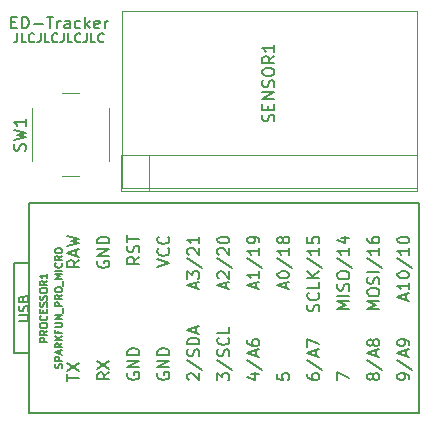
<source format=gbr>
G04 #@! TF.GenerationSoftware,KiCad,Pcbnew,5.1.5+dfsg1-2build2*
G04 #@! TF.CreationDate,2021-01-23T00:20:04+01:00*
G04 #@! TF.ProjectId,edtracker,65647472-6163-46b6-9572-2e6b69636164,rev?*
G04 #@! TF.SameCoordinates,Original*
G04 #@! TF.FileFunction,Legend,Top*
G04 #@! TF.FilePolarity,Positive*
%FSLAX46Y46*%
G04 Gerber Fmt 4.6, Leading zero omitted, Abs format (unit mm)*
G04 Created by KiCad (PCBNEW 5.1.5+dfsg1-2build2) date 2021-01-23 00:20:04*
%MOMM*%
%LPD*%
G04 APERTURE LIST*
%ADD10C,0.150000*%
%ADD11C,0.127000*%
%ADD12C,0.120000*%
%ADD13C,0.152400*%
G04 APERTURE END LIST*
D10*
X142530285Y-103722714D02*
X142530285Y-104267000D01*
X142494000Y-104375857D01*
X142421428Y-104448428D01*
X142312571Y-104484714D01*
X142240000Y-104484714D01*
X143256000Y-104484714D02*
X142893142Y-104484714D01*
X142893142Y-103722714D01*
X143945428Y-104412142D02*
X143909142Y-104448428D01*
X143800285Y-104484714D01*
X143727714Y-104484714D01*
X143618857Y-104448428D01*
X143546285Y-104375857D01*
X143510000Y-104303285D01*
X143473714Y-104158142D01*
X143473714Y-104049285D01*
X143510000Y-103904142D01*
X143546285Y-103831571D01*
X143618857Y-103759000D01*
X143727714Y-103722714D01*
X143800285Y-103722714D01*
X143909142Y-103759000D01*
X143945428Y-103795285D01*
X144489714Y-103722714D02*
X144489714Y-104267000D01*
X144453428Y-104375857D01*
X144380857Y-104448428D01*
X144272000Y-104484714D01*
X144199428Y-104484714D01*
X145215428Y-104484714D02*
X144852571Y-104484714D01*
X144852571Y-103722714D01*
X145904857Y-104412142D02*
X145868571Y-104448428D01*
X145759714Y-104484714D01*
X145687142Y-104484714D01*
X145578285Y-104448428D01*
X145505714Y-104375857D01*
X145469428Y-104303285D01*
X145433142Y-104158142D01*
X145433142Y-104049285D01*
X145469428Y-103904142D01*
X145505714Y-103831571D01*
X145578285Y-103759000D01*
X145687142Y-103722714D01*
X145759714Y-103722714D01*
X145868571Y-103759000D01*
X145904857Y-103795285D01*
X146449142Y-103722714D02*
X146449142Y-104267000D01*
X146412857Y-104375857D01*
X146340285Y-104448428D01*
X146231428Y-104484714D01*
X146158857Y-104484714D01*
X147174857Y-104484714D02*
X146812000Y-104484714D01*
X146812000Y-103722714D01*
X147864285Y-104412142D02*
X147828000Y-104448428D01*
X147719142Y-104484714D01*
X147646571Y-104484714D01*
X147537714Y-104448428D01*
X147465142Y-104375857D01*
X147428857Y-104303285D01*
X147392571Y-104158142D01*
X147392571Y-104049285D01*
X147428857Y-103904142D01*
X147465142Y-103831571D01*
X147537714Y-103759000D01*
X147646571Y-103722714D01*
X147719142Y-103722714D01*
X147828000Y-103759000D01*
X147864285Y-103795285D01*
X148408571Y-103722714D02*
X148408571Y-104267000D01*
X148372285Y-104375857D01*
X148299714Y-104448428D01*
X148190857Y-104484714D01*
X148118285Y-104484714D01*
X149134285Y-104484714D02*
X148771428Y-104484714D01*
X148771428Y-103722714D01*
X149823714Y-104412142D02*
X149787428Y-104448428D01*
X149678571Y-104484714D01*
X149606000Y-104484714D01*
X149497142Y-104448428D01*
X149424571Y-104375857D01*
X149388285Y-104303285D01*
X149352000Y-104158142D01*
X149352000Y-104049285D01*
X149388285Y-103904142D01*
X149424571Y-103831571D01*
X149497142Y-103759000D01*
X149606000Y-103722714D01*
X149678571Y-103722714D01*
X149787428Y-103759000D01*
X149823714Y-103795285D01*
X142002380Y-102798571D02*
X142335714Y-102798571D01*
X142478571Y-103322380D02*
X142002380Y-103322380D01*
X142002380Y-102322380D01*
X142478571Y-102322380D01*
X142907142Y-103322380D02*
X142907142Y-102322380D01*
X143145238Y-102322380D01*
X143288095Y-102370000D01*
X143383333Y-102465238D01*
X143430952Y-102560476D01*
X143478571Y-102750952D01*
X143478571Y-102893809D01*
X143430952Y-103084285D01*
X143383333Y-103179523D01*
X143288095Y-103274761D01*
X143145238Y-103322380D01*
X142907142Y-103322380D01*
X143907142Y-102941428D02*
X144669047Y-102941428D01*
X145002380Y-102322380D02*
X145573809Y-102322380D01*
X145288095Y-103322380D02*
X145288095Y-102322380D01*
X145907142Y-103322380D02*
X145907142Y-102655714D01*
X145907142Y-102846190D02*
X145954761Y-102750952D01*
X146002380Y-102703333D01*
X146097619Y-102655714D01*
X146192857Y-102655714D01*
X146954761Y-103322380D02*
X146954761Y-102798571D01*
X146907142Y-102703333D01*
X146811904Y-102655714D01*
X146621428Y-102655714D01*
X146526190Y-102703333D01*
X146954761Y-103274761D02*
X146859523Y-103322380D01*
X146621428Y-103322380D01*
X146526190Y-103274761D01*
X146478571Y-103179523D01*
X146478571Y-103084285D01*
X146526190Y-102989047D01*
X146621428Y-102941428D01*
X146859523Y-102941428D01*
X146954761Y-102893809D01*
X147859523Y-103274761D02*
X147764285Y-103322380D01*
X147573809Y-103322380D01*
X147478571Y-103274761D01*
X147430952Y-103227142D01*
X147383333Y-103131904D01*
X147383333Y-102846190D01*
X147430952Y-102750952D01*
X147478571Y-102703333D01*
X147573809Y-102655714D01*
X147764285Y-102655714D01*
X147859523Y-102703333D01*
X148288095Y-103322380D02*
X148288095Y-102322380D01*
X148383333Y-102941428D02*
X148669047Y-103322380D01*
X148669047Y-102655714D02*
X148288095Y-103036666D01*
X149478571Y-103274761D02*
X149383333Y-103322380D01*
X149192857Y-103322380D01*
X149097619Y-103274761D01*
X149050000Y-103179523D01*
X149050000Y-102798571D01*
X149097619Y-102703333D01*
X149192857Y-102655714D01*
X149383333Y-102655714D01*
X149478571Y-102703333D01*
X149526190Y-102798571D01*
X149526190Y-102893809D01*
X149050000Y-102989047D01*
X149954761Y-103322380D02*
X149954761Y-102655714D01*
X149954761Y-102846190D02*
X150002380Y-102750952D01*
X150050000Y-102703333D01*
X150145238Y-102655714D01*
X150240476Y-102655714D01*
D11*
X142240000Y-123190000D02*
X143510000Y-123190000D01*
X142240000Y-130810000D02*
X142240000Y-123190000D01*
X143510000Y-130810000D02*
X142240000Y-130810000D01*
X143510000Y-118110000D02*
X143510000Y-135890000D01*
X176530000Y-118110000D02*
X143510000Y-118110000D01*
X176530000Y-135890000D02*
X176530000Y-118110000D01*
X143510000Y-135890000D02*
X176530000Y-135890000D01*
D12*
X147780000Y-108820000D02*
X146280000Y-108820000D01*
X143780000Y-110070000D02*
X143780000Y-114570000D01*
X146280000Y-115820000D02*
X147780000Y-115820000D01*
X150280000Y-114570000D02*
X150280000Y-110070000D01*
X176370000Y-116840000D02*
X151370000Y-116840000D01*
X176370000Y-101840000D02*
X176370000Y-116840000D01*
X151370000Y-101840000D02*
X176370000Y-101840000D01*
X151370000Y-116840000D02*
X151370000Y-101840000D01*
X153670000Y-114070000D02*
X153670000Y-117070000D01*
X151300000Y-117070000D02*
X151300000Y-114070000D01*
X176360000Y-117070000D02*
X151300000Y-117070000D01*
X176360000Y-114070000D02*
X176360000Y-117070000D01*
X151300000Y-114070000D02*
X176360000Y-114070000D01*
D11*
X145055771Y-129859314D02*
X144446171Y-129859314D01*
X144446171Y-129627085D01*
X144475200Y-129569028D01*
X144504228Y-129540000D01*
X144562285Y-129510971D01*
X144649371Y-129510971D01*
X144707428Y-129540000D01*
X144736457Y-129569028D01*
X144765485Y-129627085D01*
X144765485Y-129859314D01*
X145055771Y-128901371D02*
X144765485Y-129104571D01*
X145055771Y-129249714D02*
X144446171Y-129249714D01*
X144446171Y-129017485D01*
X144475200Y-128959428D01*
X144504228Y-128930400D01*
X144562285Y-128901371D01*
X144649371Y-128901371D01*
X144707428Y-128930400D01*
X144736457Y-128959428D01*
X144765485Y-129017485D01*
X144765485Y-129249714D01*
X144446171Y-128524000D02*
X144446171Y-128407885D01*
X144475200Y-128349828D01*
X144533257Y-128291771D01*
X144649371Y-128262742D01*
X144852571Y-128262742D01*
X144968685Y-128291771D01*
X145026742Y-128349828D01*
X145055771Y-128407885D01*
X145055771Y-128524000D01*
X145026742Y-128582057D01*
X144968685Y-128640114D01*
X144852571Y-128669142D01*
X144649371Y-128669142D01*
X144533257Y-128640114D01*
X144475200Y-128582057D01*
X144446171Y-128524000D01*
X144997714Y-127653142D02*
X145026742Y-127682171D01*
X145055771Y-127769257D01*
X145055771Y-127827314D01*
X145026742Y-127914400D01*
X144968685Y-127972457D01*
X144910628Y-128001485D01*
X144794514Y-128030514D01*
X144707428Y-128030514D01*
X144591314Y-128001485D01*
X144533257Y-127972457D01*
X144475200Y-127914400D01*
X144446171Y-127827314D01*
X144446171Y-127769257D01*
X144475200Y-127682171D01*
X144504228Y-127653142D01*
X144736457Y-127391885D02*
X144736457Y-127188685D01*
X145055771Y-127101600D02*
X145055771Y-127391885D01*
X144446171Y-127391885D01*
X144446171Y-127101600D01*
X145026742Y-126869371D02*
X145055771Y-126782285D01*
X145055771Y-126637142D01*
X145026742Y-126579085D01*
X144997714Y-126550057D01*
X144939657Y-126521028D01*
X144881600Y-126521028D01*
X144823542Y-126550057D01*
X144794514Y-126579085D01*
X144765485Y-126637142D01*
X144736457Y-126753257D01*
X144707428Y-126811314D01*
X144678400Y-126840342D01*
X144620342Y-126869371D01*
X144562285Y-126869371D01*
X144504228Y-126840342D01*
X144475200Y-126811314D01*
X144446171Y-126753257D01*
X144446171Y-126608114D01*
X144475200Y-126521028D01*
X145026742Y-126288800D02*
X145055771Y-126201714D01*
X145055771Y-126056571D01*
X145026742Y-125998514D01*
X144997714Y-125969485D01*
X144939657Y-125940457D01*
X144881600Y-125940457D01*
X144823542Y-125969485D01*
X144794514Y-125998514D01*
X144765485Y-126056571D01*
X144736457Y-126172685D01*
X144707428Y-126230742D01*
X144678400Y-126259771D01*
X144620342Y-126288800D01*
X144562285Y-126288800D01*
X144504228Y-126259771D01*
X144475200Y-126230742D01*
X144446171Y-126172685D01*
X144446171Y-126027542D01*
X144475200Y-125940457D01*
X144446171Y-125563085D02*
X144446171Y-125446971D01*
X144475200Y-125388914D01*
X144533257Y-125330857D01*
X144649371Y-125301828D01*
X144852571Y-125301828D01*
X144968685Y-125330857D01*
X145026742Y-125388914D01*
X145055771Y-125446971D01*
X145055771Y-125563085D01*
X145026742Y-125621142D01*
X144968685Y-125679200D01*
X144852571Y-125708228D01*
X144649371Y-125708228D01*
X144533257Y-125679200D01*
X144475200Y-125621142D01*
X144446171Y-125563085D01*
X145055771Y-124692228D02*
X144765485Y-124895428D01*
X145055771Y-125040571D02*
X144446171Y-125040571D01*
X144446171Y-124808342D01*
X144475200Y-124750285D01*
X144504228Y-124721257D01*
X144562285Y-124692228D01*
X144649371Y-124692228D01*
X144707428Y-124721257D01*
X144736457Y-124750285D01*
X144765485Y-124808342D01*
X144765485Y-125040571D01*
X145055771Y-124111657D02*
X145055771Y-124460000D01*
X145055771Y-124285828D02*
X144446171Y-124285828D01*
X144533257Y-124343885D01*
X144591314Y-124401942D01*
X144620342Y-124460000D01*
X146296742Y-132065485D02*
X146325771Y-131978400D01*
X146325771Y-131833257D01*
X146296742Y-131775200D01*
X146267714Y-131746171D01*
X146209657Y-131717142D01*
X146151600Y-131717142D01*
X146093542Y-131746171D01*
X146064514Y-131775200D01*
X146035485Y-131833257D01*
X146006457Y-131949371D01*
X145977428Y-132007428D01*
X145948400Y-132036457D01*
X145890342Y-132065485D01*
X145832285Y-132065485D01*
X145774228Y-132036457D01*
X145745200Y-132007428D01*
X145716171Y-131949371D01*
X145716171Y-131804228D01*
X145745200Y-131717142D01*
X146325771Y-131455885D02*
X145716171Y-131455885D01*
X145716171Y-131223657D01*
X145745200Y-131165600D01*
X145774228Y-131136571D01*
X145832285Y-131107542D01*
X145919371Y-131107542D01*
X145977428Y-131136571D01*
X146006457Y-131165600D01*
X146035485Y-131223657D01*
X146035485Y-131455885D01*
X146151600Y-130875314D02*
X146151600Y-130585028D01*
X146325771Y-130933371D02*
X145716171Y-130730171D01*
X146325771Y-130526971D01*
X146325771Y-129975428D02*
X146035485Y-130178628D01*
X146325771Y-130323771D02*
X145716171Y-130323771D01*
X145716171Y-130091542D01*
X145745200Y-130033485D01*
X145774228Y-130004457D01*
X145832285Y-129975428D01*
X145919371Y-129975428D01*
X145977428Y-130004457D01*
X146006457Y-130033485D01*
X146035485Y-130091542D01*
X146035485Y-130323771D01*
X146325771Y-129714171D02*
X145716171Y-129714171D01*
X146325771Y-129365828D02*
X145977428Y-129627085D01*
X145716171Y-129365828D02*
X146064514Y-129714171D01*
X146006457Y-128901371D02*
X146006457Y-129104571D01*
X146325771Y-129104571D02*
X145716171Y-129104571D01*
X145716171Y-128814285D01*
X145716171Y-128582057D02*
X146209657Y-128582057D01*
X146267714Y-128553028D01*
X146296742Y-128524000D01*
X146325771Y-128465942D01*
X146325771Y-128349828D01*
X146296742Y-128291771D01*
X146267714Y-128262742D01*
X146209657Y-128233714D01*
X145716171Y-128233714D01*
X146325771Y-127943428D02*
X145716171Y-127943428D01*
X146325771Y-127595085D01*
X145716171Y-127595085D01*
X146383828Y-127449942D02*
X146383828Y-126985485D01*
X146325771Y-126840342D02*
X145716171Y-126840342D01*
X145716171Y-126608114D01*
X145745200Y-126550057D01*
X145774228Y-126521028D01*
X145832285Y-126492000D01*
X145919371Y-126492000D01*
X145977428Y-126521028D01*
X146006457Y-126550057D01*
X146035485Y-126608114D01*
X146035485Y-126840342D01*
X146325771Y-125882400D02*
X146035485Y-126085600D01*
X146325771Y-126230742D02*
X145716171Y-126230742D01*
X145716171Y-125998514D01*
X145745200Y-125940457D01*
X145774228Y-125911428D01*
X145832285Y-125882400D01*
X145919371Y-125882400D01*
X145977428Y-125911428D01*
X146006457Y-125940457D01*
X146035485Y-125998514D01*
X146035485Y-126230742D01*
X145716171Y-125505028D02*
X145716171Y-125388914D01*
X145745200Y-125330857D01*
X145803257Y-125272800D01*
X145919371Y-125243771D01*
X146122571Y-125243771D01*
X146238685Y-125272800D01*
X146296742Y-125330857D01*
X146325771Y-125388914D01*
X146325771Y-125505028D01*
X146296742Y-125563085D01*
X146238685Y-125621142D01*
X146122571Y-125650171D01*
X145919371Y-125650171D01*
X145803257Y-125621142D01*
X145745200Y-125563085D01*
X145716171Y-125505028D01*
X146383828Y-125127657D02*
X146383828Y-124663200D01*
X146325771Y-124518057D02*
X145716171Y-124518057D01*
X146151600Y-124314857D01*
X145716171Y-124111657D01*
X146325771Y-124111657D01*
X146325771Y-123821371D02*
X145716171Y-123821371D01*
X146267714Y-123182742D02*
X146296742Y-123211771D01*
X146325771Y-123298857D01*
X146325771Y-123356914D01*
X146296742Y-123444000D01*
X146238685Y-123502057D01*
X146180628Y-123531085D01*
X146064514Y-123560114D01*
X145977428Y-123560114D01*
X145861314Y-123531085D01*
X145803257Y-123502057D01*
X145745200Y-123444000D01*
X145716171Y-123356914D01*
X145716171Y-123298857D01*
X145745200Y-123211771D01*
X145774228Y-123182742D01*
X146325771Y-122573142D02*
X146035485Y-122776342D01*
X146325771Y-122921485D02*
X145716171Y-122921485D01*
X145716171Y-122689257D01*
X145745200Y-122631200D01*
X145774228Y-122602171D01*
X145832285Y-122573142D01*
X145919371Y-122573142D01*
X145977428Y-122602171D01*
X146006457Y-122631200D01*
X146035485Y-122689257D01*
X146035485Y-122921485D01*
X145716171Y-122195771D02*
X145716171Y-122079657D01*
X145745200Y-122021600D01*
X145803257Y-121963542D01*
X145919371Y-121934514D01*
X146122571Y-121934514D01*
X146238685Y-121963542D01*
X146296742Y-122021600D01*
X146325771Y-122079657D01*
X146325771Y-122195771D01*
X146296742Y-122253828D01*
X146238685Y-122311885D01*
X146122571Y-122340914D01*
X145919371Y-122340914D01*
X145803257Y-122311885D01*
X145745200Y-122253828D01*
X145716171Y-122195771D01*
D10*
X157646666Y-125318928D02*
X157646666Y-124842738D01*
X157932380Y-125414166D02*
X156932380Y-125080833D01*
X157932380Y-124747500D01*
X156932380Y-124509404D02*
X156932380Y-123890357D01*
X157313333Y-124223690D01*
X157313333Y-124080833D01*
X157360952Y-123985595D01*
X157408571Y-123937976D01*
X157503809Y-123890357D01*
X157741904Y-123890357D01*
X157837142Y-123937976D01*
X157884761Y-123985595D01*
X157932380Y-124080833D01*
X157932380Y-124366547D01*
X157884761Y-124461785D01*
X157837142Y-124509404D01*
X156884761Y-122747500D02*
X158170476Y-123604642D01*
X157027619Y-122461785D02*
X156980000Y-122414166D01*
X156932380Y-122318928D01*
X156932380Y-122080833D01*
X156980000Y-121985595D01*
X157027619Y-121937976D01*
X157122857Y-121890357D01*
X157218095Y-121890357D01*
X157360952Y-121937976D01*
X157932380Y-122509404D01*
X157932380Y-121890357D01*
X157932380Y-120937976D02*
X157932380Y-121509404D01*
X157932380Y-121223690D02*
X156932380Y-121223690D01*
X157075238Y-121318928D01*
X157170476Y-121414166D01*
X157218095Y-121509404D01*
X160186666Y-125318928D02*
X160186666Y-124842738D01*
X160472380Y-125414166D02*
X159472380Y-125080833D01*
X160472380Y-124747500D01*
X159567619Y-124461785D02*
X159520000Y-124414166D01*
X159472380Y-124318928D01*
X159472380Y-124080833D01*
X159520000Y-123985595D01*
X159567619Y-123937976D01*
X159662857Y-123890357D01*
X159758095Y-123890357D01*
X159900952Y-123937976D01*
X160472380Y-124509404D01*
X160472380Y-123890357D01*
X159424761Y-122747500D02*
X160710476Y-123604642D01*
X159567619Y-122461785D02*
X159520000Y-122414166D01*
X159472380Y-122318928D01*
X159472380Y-122080833D01*
X159520000Y-121985595D01*
X159567619Y-121937976D01*
X159662857Y-121890357D01*
X159758095Y-121890357D01*
X159900952Y-121937976D01*
X160472380Y-122509404D01*
X160472380Y-121890357D01*
X159472380Y-121271309D02*
X159472380Y-121176071D01*
X159520000Y-121080833D01*
X159567619Y-121033214D01*
X159662857Y-120985595D01*
X159853333Y-120937976D01*
X160091428Y-120937976D01*
X160281904Y-120985595D01*
X160377142Y-121033214D01*
X160424761Y-121080833D01*
X160472380Y-121176071D01*
X160472380Y-121271309D01*
X160424761Y-121366547D01*
X160377142Y-121414166D01*
X160281904Y-121461785D01*
X160091428Y-121509404D01*
X159853333Y-121509404D01*
X159662857Y-121461785D01*
X159567619Y-121414166D01*
X159520000Y-121366547D01*
X159472380Y-121271309D01*
X162726666Y-125318928D02*
X162726666Y-124842738D01*
X163012380Y-125414166D02*
X162012380Y-125080833D01*
X163012380Y-124747500D01*
X163012380Y-123890357D02*
X163012380Y-124461785D01*
X163012380Y-124176071D02*
X162012380Y-124176071D01*
X162155238Y-124271309D01*
X162250476Y-124366547D01*
X162298095Y-124461785D01*
X161964761Y-122747500D02*
X163250476Y-123604642D01*
X163012380Y-121890357D02*
X163012380Y-122461785D01*
X163012380Y-122176071D02*
X162012380Y-122176071D01*
X162155238Y-122271309D01*
X162250476Y-122366547D01*
X162298095Y-122461785D01*
X163012380Y-121414166D02*
X163012380Y-121223690D01*
X162964761Y-121128452D01*
X162917142Y-121080833D01*
X162774285Y-120985595D01*
X162583809Y-120937976D01*
X162202857Y-120937976D01*
X162107619Y-120985595D01*
X162060000Y-121033214D01*
X162012380Y-121128452D01*
X162012380Y-121318928D01*
X162060000Y-121414166D01*
X162107619Y-121461785D01*
X162202857Y-121509404D01*
X162440952Y-121509404D01*
X162536190Y-121461785D01*
X162583809Y-121414166D01*
X162631428Y-121318928D01*
X162631428Y-121128452D01*
X162583809Y-121033214D01*
X162536190Y-120985595D01*
X162440952Y-120937976D01*
X165266666Y-125318928D02*
X165266666Y-124842738D01*
X165552380Y-125414166D02*
X164552380Y-125080833D01*
X165552380Y-124747500D01*
X164552380Y-124223690D02*
X164552380Y-124128452D01*
X164600000Y-124033214D01*
X164647619Y-123985595D01*
X164742857Y-123937976D01*
X164933333Y-123890357D01*
X165171428Y-123890357D01*
X165361904Y-123937976D01*
X165457142Y-123985595D01*
X165504761Y-124033214D01*
X165552380Y-124128452D01*
X165552380Y-124223690D01*
X165504761Y-124318928D01*
X165457142Y-124366547D01*
X165361904Y-124414166D01*
X165171428Y-124461785D01*
X164933333Y-124461785D01*
X164742857Y-124414166D01*
X164647619Y-124366547D01*
X164600000Y-124318928D01*
X164552380Y-124223690D01*
X164504761Y-122747500D02*
X165790476Y-123604642D01*
X165552380Y-121890357D02*
X165552380Y-122461785D01*
X165552380Y-122176071D02*
X164552380Y-122176071D01*
X164695238Y-122271309D01*
X164790476Y-122366547D01*
X164838095Y-122461785D01*
X164980952Y-121318928D02*
X164933333Y-121414166D01*
X164885714Y-121461785D01*
X164790476Y-121509404D01*
X164742857Y-121509404D01*
X164647619Y-121461785D01*
X164600000Y-121414166D01*
X164552380Y-121318928D01*
X164552380Y-121128452D01*
X164600000Y-121033214D01*
X164647619Y-120985595D01*
X164742857Y-120937976D01*
X164790476Y-120937976D01*
X164885714Y-120985595D01*
X164933333Y-121033214D01*
X164980952Y-121128452D01*
X164980952Y-121318928D01*
X165028571Y-121414166D01*
X165076190Y-121461785D01*
X165171428Y-121509404D01*
X165361904Y-121509404D01*
X165457142Y-121461785D01*
X165504761Y-121414166D01*
X165552380Y-121318928D01*
X165552380Y-121128452D01*
X165504761Y-121033214D01*
X165457142Y-120985595D01*
X165361904Y-120937976D01*
X165171428Y-120937976D01*
X165076190Y-120985595D01*
X165028571Y-121033214D01*
X164980952Y-121128452D01*
X168044761Y-127271309D02*
X168092380Y-127128452D01*
X168092380Y-126890357D01*
X168044761Y-126795119D01*
X167997142Y-126747500D01*
X167901904Y-126699880D01*
X167806666Y-126699880D01*
X167711428Y-126747500D01*
X167663809Y-126795119D01*
X167616190Y-126890357D01*
X167568571Y-127080833D01*
X167520952Y-127176071D01*
X167473333Y-127223690D01*
X167378095Y-127271309D01*
X167282857Y-127271309D01*
X167187619Y-127223690D01*
X167140000Y-127176071D01*
X167092380Y-127080833D01*
X167092380Y-126842738D01*
X167140000Y-126699880D01*
X167997142Y-125699880D02*
X168044761Y-125747500D01*
X168092380Y-125890357D01*
X168092380Y-125985595D01*
X168044761Y-126128452D01*
X167949523Y-126223690D01*
X167854285Y-126271309D01*
X167663809Y-126318928D01*
X167520952Y-126318928D01*
X167330476Y-126271309D01*
X167235238Y-126223690D01*
X167140000Y-126128452D01*
X167092380Y-125985595D01*
X167092380Y-125890357D01*
X167140000Y-125747500D01*
X167187619Y-125699880D01*
X168092380Y-124795119D02*
X168092380Y-125271309D01*
X167092380Y-125271309D01*
X168092380Y-124461785D02*
X167092380Y-124461785D01*
X168092380Y-123890357D02*
X167520952Y-124318928D01*
X167092380Y-123890357D02*
X167663809Y-124461785D01*
X167044761Y-122747500D02*
X168330476Y-123604642D01*
X168092380Y-121890357D02*
X168092380Y-122461785D01*
X168092380Y-122176071D02*
X167092380Y-122176071D01*
X167235238Y-122271309D01*
X167330476Y-122366547D01*
X167378095Y-122461785D01*
X167092380Y-120985595D02*
X167092380Y-121461785D01*
X167568571Y-121509404D01*
X167520952Y-121461785D01*
X167473333Y-121366547D01*
X167473333Y-121128452D01*
X167520952Y-121033214D01*
X167568571Y-120985595D01*
X167663809Y-120937976D01*
X167901904Y-120937976D01*
X167997142Y-120985595D01*
X168044761Y-121033214D01*
X168092380Y-121128452D01*
X168092380Y-121366547D01*
X168044761Y-121461785D01*
X167997142Y-121509404D01*
X170632380Y-127080833D02*
X169632380Y-127080833D01*
X170346666Y-126747500D01*
X169632380Y-126414166D01*
X170632380Y-126414166D01*
X170632380Y-125937976D02*
X169632380Y-125937976D01*
X170584761Y-125509404D02*
X170632380Y-125366547D01*
X170632380Y-125128452D01*
X170584761Y-125033214D01*
X170537142Y-124985595D01*
X170441904Y-124937976D01*
X170346666Y-124937976D01*
X170251428Y-124985595D01*
X170203809Y-125033214D01*
X170156190Y-125128452D01*
X170108571Y-125318928D01*
X170060952Y-125414166D01*
X170013333Y-125461785D01*
X169918095Y-125509404D01*
X169822857Y-125509404D01*
X169727619Y-125461785D01*
X169680000Y-125414166D01*
X169632380Y-125318928D01*
X169632380Y-125080833D01*
X169680000Y-124937976D01*
X169632380Y-124318928D02*
X169632380Y-124128452D01*
X169680000Y-124033214D01*
X169775238Y-123937976D01*
X169965714Y-123890357D01*
X170299047Y-123890357D01*
X170489523Y-123937976D01*
X170584761Y-124033214D01*
X170632380Y-124128452D01*
X170632380Y-124318928D01*
X170584761Y-124414166D01*
X170489523Y-124509404D01*
X170299047Y-124557023D01*
X169965714Y-124557023D01*
X169775238Y-124509404D01*
X169680000Y-124414166D01*
X169632380Y-124318928D01*
X169584761Y-122747500D02*
X170870476Y-123604642D01*
X170632380Y-121890357D02*
X170632380Y-122461785D01*
X170632380Y-122176071D02*
X169632380Y-122176071D01*
X169775238Y-122271309D01*
X169870476Y-122366547D01*
X169918095Y-122461785D01*
X169965714Y-121033214D02*
X170632380Y-121033214D01*
X169584761Y-121271309D02*
X170299047Y-121509404D01*
X170299047Y-120890357D01*
X173172380Y-127080833D02*
X172172380Y-127080833D01*
X172886666Y-126747500D01*
X172172380Y-126414166D01*
X173172380Y-126414166D01*
X172172380Y-125747500D02*
X172172380Y-125557023D01*
X172220000Y-125461785D01*
X172315238Y-125366547D01*
X172505714Y-125318928D01*
X172839047Y-125318928D01*
X173029523Y-125366547D01*
X173124761Y-125461785D01*
X173172380Y-125557023D01*
X173172380Y-125747500D01*
X173124761Y-125842738D01*
X173029523Y-125937976D01*
X172839047Y-125985595D01*
X172505714Y-125985595D01*
X172315238Y-125937976D01*
X172220000Y-125842738D01*
X172172380Y-125747500D01*
X173124761Y-124937976D02*
X173172380Y-124795119D01*
X173172380Y-124557023D01*
X173124761Y-124461785D01*
X173077142Y-124414166D01*
X172981904Y-124366547D01*
X172886666Y-124366547D01*
X172791428Y-124414166D01*
X172743809Y-124461785D01*
X172696190Y-124557023D01*
X172648571Y-124747500D01*
X172600952Y-124842738D01*
X172553333Y-124890357D01*
X172458095Y-124937976D01*
X172362857Y-124937976D01*
X172267619Y-124890357D01*
X172220000Y-124842738D01*
X172172380Y-124747500D01*
X172172380Y-124509404D01*
X172220000Y-124366547D01*
X173172380Y-123937976D02*
X172172380Y-123937976D01*
X172124761Y-122747500D02*
X173410476Y-123604642D01*
X173172380Y-121890357D02*
X173172380Y-122461785D01*
X173172380Y-122176071D02*
X172172380Y-122176071D01*
X172315238Y-122271309D01*
X172410476Y-122366547D01*
X172458095Y-122461785D01*
X172172380Y-121033214D02*
X172172380Y-121223690D01*
X172220000Y-121318928D01*
X172267619Y-121366547D01*
X172410476Y-121461785D01*
X172600952Y-121509404D01*
X172981904Y-121509404D01*
X173077142Y-121461785D01*
X173124761Y-121414166D01*
X173172380Y-121318928D01*
X173172380Y-121128452D01*
X173124761Y-121033214D01*
X173077142Y-120985595D01*
X172981904Y-120937976D01*
X172743809Y-120937976D01*
X172648571Y-120985595D01*
X172600952Y-121033214D01*
X172553333Y-121128452D01*
X172553333Y-121318928D01*
X172600952Y-121414166D01*
X172648571Y-121461785D01*
X172743809Y-121509404D01*
X175426666Y-126271309D02*
X175426666Y-125795119D01*
X175712380Y-126366547D02*
X174712380Y-126033214D01*
X175712380Y-125699880D01*
X175712380Y-124842738D02*
X175712380Y-125414166D01*
X175712380Y-125128452D02*
X174712380Y-125128452D01*
X174855238Y-125223690D01*
X174950476Y-125318928D01*
X174998095Y-125414166D01*
X174712380Y-124223690D02*
X174712380Y-124128452D01*
X174760000Y-124033214D01*
X174807619Y-123985595D01*
X174902857Y-123937976D01*
X175093333Y-123890357D01*
X175331428Y-123890357D01*
X175521904Y-123937976D01*
X175617142Y-123985595D01*
X175664761Y-124033214D01*
X175712380Y-124128452D01*
X175712380Y-124223690D01*
X175664761Y-124318928D01*
X175617142Y-124366547D01*
X175521904Y-124414166D01*
X175331428Y-124461785D01*
X175093333Y-124461785D01*
X174902857Y-124414166D01*
X174807619Y-124366547D01*
X174760000Y-124318928D01*
X174712380Y-124223690D01*
X174664761Y-122747500D02*
X175950476Y-123604642D01*
X175712380Y-121890357D02*
X175712380Y-122461785D01*
X175712380Y-122176071D02*
X174712380Y-122176071D01*
X174855238Y-122271309D01*
X174950476Y-122366547D01*
X174998095Y-122461785D01*
X174712380Y-121271309D02*
X174712380Y-121176071D01*
X174760000Y-121080833D01*
X174807619Y-121033214D01*
X174902857Y-120985595D01*
X175093333Y-120937976D01*
X175331428Y-120937976D01*
X175521904Y-120985595D01*
X175617142Y-121033214D01*
X175664761Y-121080833D01*
X175712380Y-121176071D01*
X175712380Y-121271309D01*
X175664761Y-121366547D01*
X175617142Y-121414166D01*
X175521904Y-121461785D01*
X175331428Y-121509404D01*
X175093333Y-121509404D01*
X174902857Y-121461785D01*
X174807619Y-121414166D01*
X174760000Y-121366547D01*
X174712380Y-121271309D01*
X154392380Y-123509404D02*
X155392380Y-123176071D01*
X154392380Y-122842738D01*
X155297142Y-121937976D02*
X155344761Y-121985595D01*
X155392380Y-122128452D01*
X155392380Y-122223690D01*
X155344761Y-122366547D01*
X155249523Y-122461785D01*
X155154285Y-122509404D01*
X154963809Y-122557023D01*
X154820952Y-122557023D01*
X154630476Y-122509404D01*
X154535238Y-122461785D01*
X154440000Y-122366547D01*
X154392380Y-122223690D01*
X154392380Y-122128452D01*
X154440000Y-121985595D01*
X154487619Y-121937976D01*
X155297142Y-120937976D02*
X155344761Y-120985595D01*
X155392380Y-121128452D01*
X155392380Y-121223690D01*
X155344761Y-121366547D01*
X155249523Y-121461785D01*
X155154285Y-121509404D01*
X154963809Y-121557023D01*
X154820952Y-121557023D01*
X154630476Y-121509404D01*
X154535238Y-121461785D01*
X154440000Y-121366547D01*
X154392380Y-121223690D01*
X154392380Y-121128452D01*
X154440000Y-120985595D01*
X154487619Y-120937976D01*
X152852380Y-122652261D02*
X152376190Y-122985595D01*
X152852380Y-123223690D02*
X151852380Y-123223690D01*
X151852380Y-122842738D01*
X151900000Y-122747500D01*
X151947619Y-122699880D01*
X152042857Y-122652261D01*
X152185714Y-122652261D01*
X152280952Y-122699880D01*
X152328571Y-122747500D01*
X152376190Y-122842738D01*
X152376190Y-123223690D01*
X152804761Y-122271309D02*
X152852380Y-122128452D01*
X152852380Y-121890357D01*
X152804761Y-121795119D01*
X152757142Y-121747500D01*
X152661904Y-121699880D01*
X152566666Y-121699880D01*
X152471428Y-121747500D01*
X152423809Y-121795119D01*
X152376190Y-121890357D01*
X152328571Y-122080833D01*
X152280952Y-122176071D01*
X152233333Y-122223690D01*
X152138095Y-122271309D01*
X152042857Y-122271309D01*
X151947619Y-122223690D01*
X151900000Y-122176071D01*
X151852380Y-122080833D01*
X151852380Y-121842738D01*
X151900000Y-121699880D01*
X151852380Y-121414166D02*
X151852380Y-120842738D01*
X152852380Y-121128452D02*
X151852380Y-121128452D01*
X149360000Y-123033214D02*
X149312380Y-123128452D01*
X149312380Y-123271309D01*
X149360000Y-123414166D01*
X149455238Y-123509404D01*
X149550476Y-123557023D01*
X149740952Y-123604642D01*
X149883809Y-123604642D01*
X150074285Y-123557023D01*
X150169523Y-123509404D01*
X150264761Y-123414166D01*
X150312380Y-123271309D01*
X150312380Y-123176071D01*
X150264761Y-123033214D01*
X150217142Y-122985595D01*
X149883809Y-122985595D01*
X149883809Y-123176071D01*
X150312380Y-122557023D02*
X149312380Y-122557023D01*
X150312380Y-121985595D01*
X149312380Y-121985595D01*
X150312380Y-121509404D02*
X149312380Y-121509404D01*
X149312380Y-121271309D01*
X149360000Y-121128452D01*
X149455238Y-121033214D01*
X149550476Y-120985595D01*
X149740952Y-120937976D01*
X149883809Y-120937976D01*
X150074285Y-120985595D01*
X150169523Y-121033214D01*
X150264761Y-121128452D01*
X150312380Y-121271309D01*
X150312380Y-121509404D01*
X147772380Y-122937976D02*
X147296190Y-123271309D01*
X147772380Y-123509404D02*
X146772380Y-123509404D01*
X146772380Y-123128452D01*
X146820000Y-123033214D01*
X146867619Y-122985595D01*
X146962857Y-122937976D01*
X147105714Y-122937976D01*
X147200952Y-122985595D01*
X147248571Y-123033214D01*
X147296190Y-123128452D01*
X147296190Y-123509404D01*
X147486666Y-122557023D02*
X147486666Y-122080833D01*
X147772380Y-122652261D02*
X146772380Y-122318928D01*
X147772380Y-121985595D01*
X146772380Y-121747500D02*
X147772380Y-121509404D01*
X147058095Y-121318928D01*
X147772380Y-121128452D01*
X146772380Y-120890357D01*
X175712380Y-132966785D02*
X175712380Y-132776309D01*
X175664761Y-132681071D01*
X175617142Y-132633452D01*
X175474285Y-132538214D01*
X175283809Y-132490595D01*
X174902857Y-132490595D01*
X174807619Y-132538214D01*
X174760000Y-132585833D01*
X174712380Y-132681071D01*
X174712380Y-132871547D01*
X174760000Y-132966785D01*
X174807619Y-133014404D01*
X174902857Y-133062023D01*
X175140952Y-133062023D01*
X175236190Y-133014404D01*
X175283809Y-132966785D01*
X175331428Y-132871547D01*
X175331428Y-132681071D01*
X175283809Y-132585833D01*
X175236190Y-132538214D01*
X175140952Y-132490595D01*
X174664761Y-131347738D02*
X175950476Y-132204880D01*
X175426666Y-131062023D02*
X175426666Y-130585833D01*
X175712380Y-131157261D02*
X174712380Y-130823928D01*
X175712380Y-130490595D01*
X175712380Y-130109642D02*
X175712380Y-129919166D01*
X175664761Y-129823928D01*
X175617142Y-129776309D01*
X175474285Y-129681071D01*
X175283809Y-129633452D01*
X174902857Y-129633452D01*
X174807619Y-129681071D01*
X174760000Y-129728690D01*
X174712380Y-129823928D01*
X174712380Y-130014404D01*
X174760000Y-130109642D01*
X174807619Y-130157261D01*
X174902857Y-130204880D01*
X175140952Y-130204880D01*
X175236190Y-130157261D01*
X175283809Y-130109642D01*
X175331428Y-130014404D01*
X175331428Y-129823928D01*
X175283809Y-129728690D01*
X175236190Y-129681071D01*
X175140952Y-129633452D01*
X172600952Y-132871547D02*
X172553333Y-132966785D01*
X172505714Y-133014404D01*
X172410476Y-133062023D01*
X172362857Y-133062023D01*
X172267619Y-133014404D01*
X172220000Y-132966785D01*
X172172380Y-132871547D01*
X172172380Y-132681071D01*
X172220000Y-132585833D01*
X172267619Y-132538214D01*
X172362857Y-132490595D01*
X172410476Y-132490595D01*
X172505714Y-132538214D01*
X172553333Y-132585833D01*
X172600952Y-132681071D01*
X172600952Y-132871547D01*
X172648571Y-132966785D01*
X172696190Y-133014404D01*
X172791428Y-133062023D01*
X172981904Y-133062023D01*
X173077142Y-133014404D01*
X173124761Y-132966785D01*
X173172380Y-132871547D01*
X173172380Y-132681071D01*
X173124761Y-132585833D01*
X173077142Y-132538214D01*
X172981904Y-132490595D01*
X172791428Y-132490595D01*
X172696190Y-132538214D01*
X172648571Y-132585833D01*
X172600952Y-132681071D01*
X172124761Y-131347738D02*
X173410476Y-132204880D01*
X172886666Y-131062023D02*
X172886666Y-130585833D01*
X173172380Y-131157261D02*
X172172380Y-130823928D01*
X173172380Y-130490595D01*
X172600952Y-130014404D02*
X172553333Y-130109642D01*
X172505714Y-130157261D01*
X172410476Y-130204880D01*
X172362857Y-130204880D01*
X172267619Y-130157261D01*
X172220000Y-130109642D01*
X172172380Y-130014404D01*
X172172380Y-129823928D01*
X172220000Y-129728690D01*
X172267619Y-129681071D01*
X172362857Y-129633452D01*
X172410476Y-129633452D01*
X172505714Y-129681071D01*
X172553333Y-129728690D01*
X172600952Y-129823928D01*
X172600952Y-130014404D01*
X172648571Y-130109642D01*
X172696190Y-130157261D01*
X172791428Y-130204880D01*
X172981904Y-130204880D01*
X173077142Y-130157261D01*
X173124761Y-130109642D01*
X173172380Y-130014404D01*
X173172380Y-129823928D01*
X173124761Y-129728690D01*
X173077142Y-129681071D01*
X172981904Y-129633452D01*
X172791428Y-129633452D01*
X172696190Y-129681071D01*
X172648571Y-129728690D01*
X172600952Y-129823928D01*
X169632380Y-133109642D02*
X169632380Y-132442976D01*
X170632380Y-132871547D01*
X167092380Y-132585833D02*
X167092380Y-132776309D01*
X167140000Y-132871547D01*
X167187619Y-132919166D01*
X167330476Y-133014404D01*
X167520952Y-133062023D01*
X167901904Y-133062023D01*
X167997142Y-133014404D01*
X168044761Y-132966785D01*
X168092380Y-132871547D01*
X168092380Y-132681071D01*
X168044761Y-132585833D01*
X167997142Y-132538214D01*
X167901904Y-132490595D01*
X167663809Y-132490595D01*
X167568571Y-132538214D01*
X167520952Y-132585833D01*
X167473333Y-132681071D01*
X167473333Y-132871547D01*
X167520952Y-132966785D01*
X167568571Y-133014404D01*
X167663809Y-133062023D01*
X167044761Y-131347738D02*
X168330476Y-132204880D01*
X167806666Y-131062023D02*
X167806666Y-130585833D01*
X168092380Y-131157261D02*
X167092380Y-130823928D01*
X168092380Y-130490595D01*
X167092380Y-130252500D02*
X167092380Y-129585833D01*
X168092380Y-130014404D01*
X164552380Y-132538214D02*
X164552380Y-133014404D01*
X165028571Y-133062023D01*
X164980952Y-133014404D01*
X164933333Y-132919166D01*
X164933333Y-132681071D01*
X164980952Y-132585833D01*
X165028571Y-132538214D01*
X165123809Y-132490595D01*
X165361904Y-132490595D01*
X165457142Y-132538214D01*
X165504761Y-132585833D01*
X165552380Y-132681071D01*
X165552380Y-132919166D01*
X165504761Y-133014404D01*
X165457142Y-133062023D01*
X162345714Y-132585833D02*
X163012380Y-132585833D01*
X161964761Y-132823928D02*
X162679047Y-133062023D01*
X162679047Y-132442976D01*
X161964761Y-131347738D02*
X163250476Y-132204880D01*
X162726666Y-131062023D02*
X162726666Y-130585833D01*
X163012380Y-131157261D02*
X162012380Y-130823928D01*
X163012380Y-130490595D01*
X162012380Y-129728690D02*
X162012380Y-129919166D01*
X162060000Y-130014404D01*
X162107619Y-130062023D01*
X162250476Y-130157261D01*
X162440952Y-130204880D01*
X162821904Y-130204880D01*
X162917142Y-130157261D01*
X162964761Y-130109642D01*
X163012380Y-130014404D01*
X163012380Y-129823928D01*
X162964761Y-129728690D01*
X162917142Y-129681071D01*
X162821904Y-129633452D01*
X162583809Y-129633452D01*
X162488571Y-129681071D01*
X162440952Y-129728690D01*
X162393333Y-129823928D01*
X162393333Y-130014404D01*
X162440952Y-130109642D01*
X162488571Y-130157261D01*
X162583809Y-130204880D01*
X159472380Y-133109642D02*
X159472380Y-132490595D01*
X159853333Y-132823928D01*
X159853333Y-132681071D01*
X159900952Y-132585833D01*
X159948571Y-132538214D01*
X160043809Y-132490595D01*
X160281904Y-132490595D01*
X160377142Y-132538214D01*
X160424761Y-132585833D01*
X160472380Y-132681071D01*
X160472380Y-132966785D01*
X160424761Y-133062023D01*
X160377142Y-133109642D01*
X159424761Y-131347738D02*
X160710476Y-132204880D01*
X160424761Y-131062023D02*
X160472380Y-130919166D01*
X160472380Y-130681071D01*
X160424761Y-130585833D01*
X160377142Y-130538214D01*
X160281904Y-130490595D01*
X160186666Y-130490595D01*
X160091428Y-130538214D01*
X160043809Y-130585833D01*
X159996190Y-130681071D01*
X159948571Y-130871547D01*
X159900952Y-130966785D01*
X159853333Y-131014404D01*
X159758095Y-131062023D01*
X159662857Y-131062023D01*
X159567619Y-131014404D01*
X159520000Y-130966785D01*
X159472380Y-130871547D01*
X159472380Y-130633452D01*
X159520000Y-130490595D01*
X160377142Y-129490595D02*
X160424761Y-129538214D01*
X160472380Y-129681071D01*
X160472380Y-129776309D01*
X160424761Y-129919166D01*
X160329523Y-130014404D01*
X160234285Y-130062023D01*
X160043809Y-130109642D01*
X159900952Y-130109642D01*
X159710476Y-130062023D01*
X159615238Y-130014404D01*
X159520000Y-129919166D01*
X159472380Y-129776309D01*
X159472380Y-129681071D01*
X159520000Y-129538214D01*
X159567619Y-129490595D01*
X160472380Y-128585833D02*
X160472380Y-129062023D01*
X159472380Y-129062023D01*
X157027619Y-133062023D02*
X156980000Y-133014404D01*
X156932380Y-132919166D01*
X156932380Y-132681071D01*
X156980000Y-132585833D01*
X157027619Y-132538214D01*
X157122857Y-132490595D01*
X157218095Y-132490595D01*
X157360952Y-132538214D01*
X157932380Y-133109642D01*
X157932380Y-132490595D01*
X156884761Y-131347738D02*
X158170476Y-132204880D01*
X157884761Y-131062023D02*
X157932380Y-130919166D01*
X157932380Y-130681071D01*
X157884761Y-130585833D01*
X157837142Y-130538214D01*
X157741904Y-130490595D01*
X157646666Y-130490595D01*
X157551428Y-130538214D01*
X157503809Y-130585833D01*
X157456190Y-130681071D01*
X157408571Y-130871547D01*
X157360952Y-130966785D01*
X157313333Y-131014404D01*
X157218095Y-131062023D01*
X157122857Y-131062023D01*
X157027619Y-131014404D01*
X156980000Y-130966785D01*
X156932380Y-130871547D01*
X156932380Y-130633452D01*
X156980000Y-130490595D01*
X157932380Y-130062023D02*
X156932380Y-130062023D01*
X156932380Y-129823928D01*
X156980000Y-129681071D01*
X157075238Y-129585833D01*
X157170476Y-129538214D01*
X157360952Y-129490595D01*
X157503809Y-129490595D01*
X157694285Y-129538214D01*
X157789523Y-129585833D01*
X157884761Y-129681071D01*
X157932380Y-129823928D01*
X157932380Y-130062023D01*
X157646666Y-129109642D02*
X157646666Y-128633452D01*
X157932380Y-129204880D02*
X156932380Y-128871547D01*
X157932380Y-128538214D01*
X154440000Y-132490595D02*
X154392380Y-132585833D01*
X154392380Y-132728690D01*
X154440000Y-132871547D01*
X154535238Y-132966785D01*
X154630476Y-133014404D01*
X154820952Y-133062023D01*
X154963809Y-133062023D01*
X155154285Y-133014404D01*
X155249523Y-132966785D01*
X155344761Y-132871547D01*
X155392380Y-132728690D01*
X155392380Y-132633452D01*
X155344761Y-132490595D01*
X155297142Y-132442976D01*
X154963809Y-132442976D01*
X154963809Y-132633452D01*
X155392380Y-132014404D02*
X154392380Y-132014404D01*
X155392380Y-131442976D01*
X154392380Y-131442976D01*
X155392380Y-130966785D02*
X154392380Y-130966785D01*
X154392380Y-130728690D01*
X154440000Y-130585833D01*
X154535238Y-130490595D01*
X154630476Y-130442976D01*
X154820952Y-130395357D01*
X154963809Y-130395357D01*
X155154285Y-130442976D01*
X155249523Y-130490595D01*
X155344761Y-130585833D01*
X155392380Y-130728690D01*
X155392380Y-130966785D01*
X151900000Y-132490595D02*
X151852380Y-132585833D01*
X151852380Y-132728690D01*
X151900000Y-132871547D01*
X151995238Y-132966785D01*
X152090476Y-133014404D01*
X152280952Y-133062023D01*
X152423809Y-133062023D01*
X152614285Y-133014404D01*
X152709523Y-132966785D01*
X152804761Y-132871547D01*
X152852380Y-132728690D01*
X152852380Y-132633452D01*
X152804761Y-132490595D01*
X152757142Y-132442976D01*
X152423809Y-132442976D01*
X152423809Y-132633452D01*
X152852380Y-132014404D02*
X151852380Y-132014404D01*
X152852380Y-131442976D01*
X151852380Y-131442976D01*
X152852380Y-130966785D02*
X151852380Y-130966785D01*
X151852380Y-130728690D01*
X151900000Y-130585833D01*
X151995238Y-130490595D01*
X152090476Y-130442976D01*
X152280952Y-130395357D01*
X152423809Y-130395357D01*
X152614285Y-130442976D01*
X152709523Y-130490595D01*
X152804761Y-130585833D01*
X152852380Y-130728690D01*
X152852380Y-130966785D01*
X150312380Y-132442976D02*
X149836190Y-132776309D01*
X150312380Y-133014404D02*
X149312380Y-133014404D01*
X149312380Y-132633452D01*
X149360000Y-132538214D01*
X149407619Y-132490595D01*
X149502857Y-132442976D01*
X149645714Y-132442976D01*
X149740952Y-132490595D01*
X149788571Y-132538214D01*
X149836190Y-132633452D01*
X149836190Y-133014404D01*
X149312380Y-132109642D02*
X150312380Y-131442976D01*
X149312380Y-131442976D02*
X150312380Y-132109642D01*
X146772380Y-133157261D02*
X146772380Y-132585833D01*
X147772380Y-132871547D02*
X146772380Y-132871547D01*
X146772380Y-132347738D02*
X147772380Y-131681071D01*
X146772380Y-131681071D02*
X147772380Y-132347738D01*
D13*
X142658495Y-128076476D02*
X143316476Y-128076476D01*
X143393885Y-128037771D01*
X143432590Y-127999066D01*
X143471295Y-127921657D01*
X143471295Y-127766838D01*
X143432590Y-127689428D01*
X143393885Y-127650723D01*
X143316476Y-127612019D01*
X142658495Y-127612019D01*
X143432590Y-127263676D02*
X143471295Y-127147561D01*
X143471295Y-126954038D01*
X143432590Y-126876628D01*
X143393885Y-126837923D01*
X143316476Y-126799219D01*
X143239066Y-126799219D01*
X143161657Y-126837923D01*
X143122952Y-126876628D01*
X143084247Y-126954038D01*
X143045542Y-127108857D01*
X143006838Y-127186266D01*
X142968133Y-127224971D01*
X142890723Y-127263676D01*
X142813314Y-127263676D01*
X142735904Y-127224971D01*
X142697200Y-127186266D01*
X142658495Y-127108857D01*
X142658495Y-126915333D01*
X142697200Y-126799219D01*
X143045542Y-126179942D02*
X143084247Y-126063828D01*
X143122952Y-126025123D01*
X143200361Y-125986419D01*
X143316476Y-125986419D01*
X143393885Y-126025123D01*
X143432590Y-126063828D01*
X143471295Y-126141238D01*
X143471295Y-126450876D01*
X142658495Y-126450876D01*
X142658495Y-126179942D01*
X142697200Y-126102533D01*
X142735904Y-126063828D01*
X142813314Y-126025123D01*
X142890723Y-126025123D01*
X142968133Y-126063828D01*
X143006838Y-126102533D01*
X143045542Y-126179942D01*
X143045542Y-126450876D01*
D10*
X143184761Y-113653333D02*
X143232380Y-113510476D01*
X143232380Y-113272380D01*
X143184761Y-113177142D01*
X143137142Y-113129523D01*
X143041904Y-113081904D01*
X142946666Y-113081904D01*
X142851428Y-113129523D01*
X142803809Y-113177142D01*
X142756190Y-113272380D01*
X142708571Y-113462857D01*
X142660952Y-113558095D01*
X142613333Y-113605714D01*
X142518095Y-113653333D01*
X142422857Y-113653333D01*
X142327619Y-113605714D01*
X142280000Y-113558095D01*
X142232380Y-113462857D01*
X142232380Y-113224761D01*
X142280000Y-113081904D01*
X142232380Y-112748571D02*
X143232380Y-112510476D01*
X142518095Y-112320000D01*
X143232380Y-112129523D01*
X142232380Y-111891428D01*
X143232380Y-110986666D02*
X143232380Y-111558095D01*
X143232380Y-111272380D02*
X142232380Y-111272380D01*
X142375238Y-111367619D01*
X142470476Y-111462857D01*
X142518095Y-111558095D01*
X164234761Y-111188095D02*
X164282380Y-111045238D01*
X164282380Y-110807142D01*
X164234761Y-110711904D01*
X164187142Y-110664285D01*
X164091904Y-110616666D01*
X163996666Y-110616666D01*
X163901428Y-110664285D01*
X163853809Y-110711904D01*
X163806190Y-110807142D01*
X163758571Y-110997619D01*
X163710952Y-111092857D01*
X163663333Y-111140476D01*
X163568095Y-111188095D01*
X163472857Y-111188095D01*
X163377619Y-111140476D01*
X163330000Y-111092857D01*
X163282380Y-110997619D01*
X163282380Y-110759523D01*
X163330000Y-110616666D01*
X163758571Y-110188095D02*
X163758571Y-109854761D01*
X164282380Y-109711904D02*
X164282380Y-110188095D01*
X163282380Y-110188095D01*
X163282380Y-109711904D01*
X164282380Y-109283333D02*
X163282380Y-109283333D01*
X164282380Y-108711904D01*
X163282380Y-108711904D01*
X164234761Y-108283333D02*
X164282380Y-108140476D01*
X164282380Y-107902380D01*
X164234761Y-107807142D01*
X164187142Y-107759523D01*
X164091904Y-107711904D01*
X163996666Y-107711904D01*
X163901428Y-107759523D01*
X163853809Y-107807142D01*
X163806190Y-107902380D01*
X163758571Y-108092857D01*
X163710952Y-108188095D01*
X163663333Y-108235714D01*
X163568095Y-108283333D01*
X163472857Y-108283333D01*
X163377619Y-108235714D01*
X163330000Y-108188095D01*
X163282380Y-108092857D01*
X163282380Y-107854761D01*
X163330000Y-107711904D01*
X163282380Y-107092857D02*
X163282380Y-106902380D01*
X163330000Y-106807142D01*
X163425238Y-106711904D01*
X163615714Y-106664285D01*
X163949047Y-106664285D01*
X164139523Y-106711904D01*
X164234761Y-106807142D01*
X164282380Y-106902380D01*
X164282380Y-107092857D01*
X164234761Y-107188095D01*
X164139523Y-107283333D01*
X163949047Y-107330952D01*
X163615714Y-107330952D01*
X163425238Y-107283333D01*
X163330000Y-107188095D01*
X163282380Y-107092857D01*
X164282380Y-105664285D02*
X163806190Y-105997619D01*
X164282380Y-106235714D02*
X163282380Y-106235714D01*
X163282380Y-105854761D01*
X163330000Y-105759523D01*
X163377619Y-105711904D01*
X163472857Y-105664285D01*
X163615714Y-105664285D01*
X163710952Y-105711904D01*
X163758571Y-105759523D01*
X163806190Y-105854761D01*
X163806190Y-106235714D01*
X164282380Y-104711904D02*
X164282380Y-105283333D01*
X164282380Y-104997619D02*
X163282380Y-104997619D01*
X163425238Y-105092857D01*
X163520476Y-105188095D01*
X163568095Y-105283333D01*
M02*

</source>
